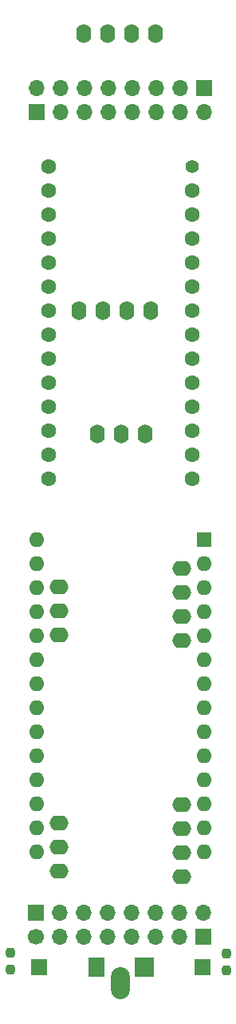
<source format=gbr>
G04 #@! TF.GenerationSoftware,KiCad,Pcbnew,7.0.2-0*
G04 #@! TF.CreationDate,2023-11-29T23:37:13+01:00*
G04 #@! TF.ProjectId,5hp_controller_oled,3568705f-636f-46e7-9472-6f6c6c65725f,rev?*
G04 #@! TF.SameCoordinates,Original*
G04 #@! TF.FileFunction,Soldermask,Top*
G04 #@! TF.FilePolarity,Negative*
%FSLAX46Y46*%
G04 Gerber Fmt 4.6, Leading zero omitted, Abs format (unit mm)*
G04 Created by KiCad (PCBNEW 7.0.2-0) date 2023-11-29 23:37:13*
%MOMM*%
%LPD*%
G01*
G04 APERTURE LIST*
G04 Aperture macros list*
%AMRoundRect*
0 Rectangle with rounded corners*
0 $1 Rounding radius*
0 $2 $3 $4 $5 $6 $7 $8 $9 X,Y pos of 4 corners*
0 Add a 4 corners polygon primitive as box body*
4,1,4,$2,$3,$4,$5,$6,$7,$8,$9,$2,$3,0*
0 Add four circle primitives for the rounded corners*
1,1,$1+$1,$2,$3*
1,1,$1+$1,$4,$5*
1,1,$1+$1,$6,$7*
1,1,$1+$1,$8,$9*
0 Add four rect primitives between the rounded corners*
20,1,$1+$1,$2,$3,$4,$5,0*
20,1,$1+$1,$4,$5,$6,$7,0*
20,1,$1+$1,$6,$7,$8,$9,0*
20,1,$1+$1,$8,$9,$2,$3,0*%
G04 Aperture macros list end*
%ADD10RoundRect,0.237500X0.237500X-0.250000X0.237500X0.250000X-0.237500X0.250000X-0.237500X-0.250000X0*%
%ADD11R,1.700000X2.000000*%
%ADD12O,1.600000X2.000000*%
%ADD13O,2.000000X1.600000*%
%ADD14R,1.700000X1.700000*%
%ADD15R,2.000000X2.000000*%
%ADD16O,2.000000X3.400000*%
%ADD17R,1.600000X1.600000*%
%ADD18O,1.600000X1.600000*%
%ADD19O,1.700000X1.700000*%
%ADD20C,1.700000*%
%ADD21C,1.600000*%
%ADD22C,1.404000*%
G04 APERTURE END LIST*
D10*
X13290000Y-43627500D03*
X13290000Y-45452500D03*
D11*
X22425000Y-45212000D03*
D12*
X20600000Y24250000D03*
X27630000Y11250000D03*
X28220000Y24250000D03*
X25090000Y11250000D03*
X23140000Y24250000D03*
X25680000Y24250000D03*
X22550000Y11250000D03*
D13*
X31500000Y-3000000D03*
X18500000Y-10030000D03*
X31500000Y-10620000D03*
X18500000Y-7490000D03*
X31500000Y-5540000D03*
X31500000Y-8080000D03*
X18500000Y-4950000D03*
D14*
X16375000Y-45212000D03*
X33700000Y-45175000D03*
D12*
X21130000Y53500000D03*
X23670000Y53500000D03*
X26210000Y53500000D03*
X28750000Y53500000D03*
D10*
X36240000Y-45530000D03*
X36240000Y-43705000D03*
D15*
X27515000Y-45212000D03*
D16*
X24975000Y-46912000D03*
D13*
X31500000Y-28000000D03*
X18500000Y-35030000D03*
X31500000Y-35620000D03*
X18500000Y-32490000D03*
X31500000Y-30540000D03*
X31500000Y-33080000D03*
X18500000Y-29950000D03*
D17*
X33870000Y0D03*
D18*
X33870000Y-2540000D03*
X33870000Y-5080000D03*
X33870000Y-7620000D03*
X33870000Y-10160000D03*
X33870000Y-12700000D03*
X33870000Y-15240000D03*
X33870000Y-17780000D03*
X33870000Y-20320000D03*
X33870000Y-22860000D03*
X33870000Y-25400000D03*
X33870000Y-27940000D03*
X33870000Y-30480000D03*
X33870000Y-33020000D03*
X16090000Y-33020000D03*
X16090000Y-30480000D03*
X16090000Y-27940000D03*
X16090000Y-25400000D03*
X16090000Y-22860000D03*
X16090000Y-20320000D03*
X16090000Y-17780000D03*
X16090000Y-15240000D03*
X16090000Y-12700000D03*
X16090000Y-10160000D03*
X16090000Y-7620000D03*
X16090000Y-5080000D03*
X16090000Y-2540000D03*
X16090000Y0D03*
D14*
X33900000Y47750000D03*
D19*
X33900000Y45210000D03*
X31360000Y47750000D03*
X31360000Y45210000D03*
X28820000Y47750000D03*
X28820000Y45210000D03*
X26280000Y47750000D03*
X26280000Y45210000D03*
X23740000Y47750000D03*
X23740000Y45210000D03*
X21200000Y47750000D03*
X21200000Y45210000D03*
X18660000Y47750000D03*
X18660000Y45210000D03*
X16120000Y47750000D03*
D14*
X16120000Y45210000D03*
D20*
X16000000Y-42000000D03*
D14*
X16000000Y-39460000D03*
D19*
X18540000Y-42000000D03*
X18540000Y-39460000D03*
X21080000Y-42000000D03*
X21080000Y-39460000D03*
X23620000Y-42000000D03*
X23620000Y-39460000D03*
X26160000Y-42000000D03*
X26160000Y-39460000D03*
X28700000Y-42000000D03*
X28700000Y-39460000D03*
X31240000Y-42000000D03*
X31240000Y-39460000D03*
D14*
X33780000Y-42000000D03*
D19*
X33780000Y-39460000D03*
D21*
X17380000Y6490000D03*
X17380000Y9030000D03*
X17380000Y11570000D03*
X17380000Y14110000D03*
X17380000Y16650000D03*
X17380000Y19190000D03*
X17380000Y21730000D03*
X17380000Y24270000D03*
X17380000Y26810000D03*
X17380000Y29350000D03*
X17380000Y31890000D03*
X17380000Y34430000D03*
X17380000Y36970000D03*
X17380000Y39510000D03*
D22*
X32620000Y39510000D03*
D21*
X32620000Y36970000D03*
X32620000Y34430000D03*
X32620000Y31890000D03*
X32620000Y29350000D03*
X32620000Y26810000D03*
X32620000Y24270000D03*
X32620000Y21730000D03*
X32620000Y19190000D03*
X32620000Y16650000D03*
X32620000Y14110000D03*
X32620000Y11570000D03*
X32620000Y9030000D03*
X32620000Y6490000D03*
M02*

</source>
